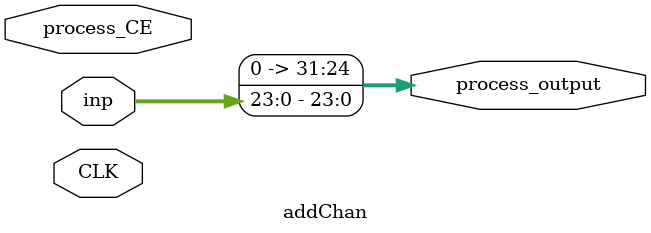
<source format=v>
module addChan(input CLK, input process_CE, input [23:0] inp, output [31:0] process_output);
parameter INSTANCE_NAME="INST";
  assign process_output = {(8'd0),({inp[23:16]}),({inp[15:8]}),({inp[7:0]})};
endmodule
</source>
